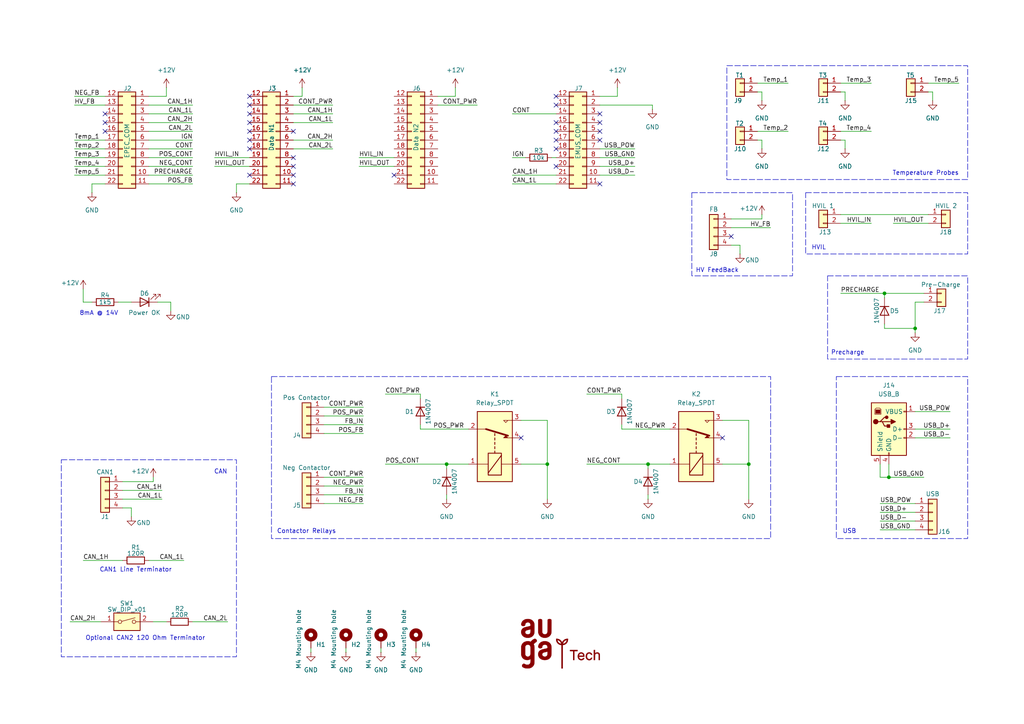
<source format=kicad_sch>
(kicad_sch (version 20231120) (generator "eeschema") (generator_version "8.0")
  (paper "A4")
  (title_block (title "HV Batery comunication distribution board") (date "2024-05-21") (rev "A") (company "Darius Vaitiekus") (comment 1 "AUGA Tech"))
  (lib_symbols
    (symbol "0_user_lib:AUGA-Tech-LOGO" (pin_numbers hide) (pin_names (offset 0) hide) (in_bom no))
    (symbol "Connector:USB_B" (pin_names (offset 1.016))
      (property "Reference" "J" (at -5.08 11.43 0))
      (property "Value" "USB_B" (at -5.08 8.89 0))
      (symbol "USB_B_1_1"
        (pin power_out line (at 7.62 5.08 180) (length 2.54) (name "VBUS") (number "1"))
        (pin bidirectional line (at 7.62 -2.54 180) (length 2.54) (name "D-") (number "2"))
        (pin bidirectional line (at 7.62 0 180) (length 2.54) (name "D+") (number "3"))
        (pin power_out line (at 0 -10.16 90) (length 2.54) (name "GND") (number "4"))
        (pin passive line (at -2.54 -10.16 90) (length 2.54) (name "Shield") (number "5"))
      )
    )
    (symbol "Connector_Generic:Conn_01x02" (pin_names (offset 1.016) hide)
      (property "Reference" "J" (at 0 2.54 0))
      (property "Value" "Conn_01x02" (at 0 -5.08 0))
      (symbol "Conn_01x02_1_1"
        (pin passive line (at -5.08 0 0) (length 3.81) (name "Pin_1") (number "1"))
        (pin passive line (at -5.08 -2.54 0) (length 3.81) (name "Pin_2") (number "2"))
      )
    )
    (symbol "Connector_Generic:Conn_01x04" (pin_names (offset 1.016) hide)
      (property "Reference" "J" (at 0 5.08 0))
      (property "Value" "Conn_01x04" (at 0 -7.62 0))
      (symbol "Conn_01x04_1_1"
        (pin passive line (at -5.08 2.54 0) (length 3.81) (name "Pin_1") (number "1"))
        (pin passive line (at -5.08 0 0) (length 3.81) (name "Pin_2") (number "2"))
        (pin passive line (at -5.08 -2.54 0) (length 3.81) (name "Pin_3") (number "3"))
        (pin passive line (at -5.08 -5.08 0) (length 3.81) (name "Pin_4") (number "4"))
      )
    )
    (symbol "Connector_Generic:Conn_02x11_Top_Bottom" (pin_names (offset 1.016) hide)
      (property "Reference" "J" (at 1.27 15.24 0))
      (property "Value" "Conn_02x11_Top_Bottom" (at 1.27 -15.24 0))
      (symbol "Conn_02x11_Top_Bottom_1_1"
        (pin passive line (at -5.08 12.7 0) (length 3.81) (name "Pin_1") (number "1"))
        (pin passive line (at -5.08 -10.16 0) (length 3.81) (name "Pin_10") (number "10"))
        (pin passive line (at -5.08 -12.7 0) (length 3.81) (name "Pin_11") (number "11"))
        (pin passive line (at 7.62 12.7 180) (length 3.81) (name "Pin_12") (number "12"))
        (pin passive line (at 7.62 10.16 180) (length 3.81) (name "Pin_13") (number "13"))
        (pin passive line (at 7.62 7.62 180) (length 3.81) (name "Pin_14") (number "14"))
        (pin passive line (at 7.62 5.08 180) (length 3.81) (name "Pin_15") (number "15"))
        (pin passive line (at 7.62 2.54 180) (length 3.81) (name "Pin_16") (number "16"))
        (pin passive line (at 7.62 0 180) (length 3.81) (name "Pin_17") (number "17"))
        (pin passive line (at 7.62 -2.54 180) (length 3.81) (name "Pin_18") (number "18"))
        (pin passive line (at 7.62 -5.08 180) (length 3.81) (name "Pin_19") (number "19"))
        (pin passive line (at -5.08 10.16 0) (length 3.81) (name "Pin_2") (number "2"))
        (pin passive line (at 7.62 -7.62 180) (length 3.81) (name "Pin_20") (number "20"))
        (pin passive line (at 7.62 -10.16 180) (length 3.81) (name "Pin_21") (number "21"))
        (pin passive line (at 7.62 -12.7 180) (length 3.81) (name "Pin_22") (number "22"))
        (pin passive line (at -5.08 7.62 0) (length 3.81) (name "Pin_3") (number "3"))
        (pin passive line (at -5.08 5.08 0) (length 3.81) (name "Pin_4") (number "4"))
        (pin passive line (at -5.08 2.54 0) (length 3.81) (name "Pin_5") (number "5"))
        (pin passive line (at -5.08 0 0) (length 3.81) (name "Pin_6") (number "6"))
        (pin passive line (at -5.08 -2.54 0) (length 3.81) (name "Pin_7") (number "7"))
        (pin passive line (at -5.08 -5.08 0) (length 3.81) (name "Pin_8") (number "8"))
        (pin passive line (at -5.08 -7.62 0) (length 3.81) (name "Pin_9") (number "9"))
      )
    )
    (symbol "Device:D" (pin_numbers hide) (pin_names (offset 1.016) hide)
      (property "Reference" "D" (at 0 2.54 0))
      (property "Value" "D" (at 0 -2.54 0))
      (symbol "D_1_1"
        (pin passive line (at -3.81 0 0) (length 2.54) (name "K") (number "1"))
        (pin passive line (at 3.81 0 180) (length 2.54) (name "A") (number "2"))
      )
    )
    (symbol "Device:LED" (pin_numbers hide) (pin_names (offset 1.016) hide)
      (property "Reference" "D" (at 0 2.54 0))
      (property "Value" "LED" (at 0 -2.54 0))
      (symbol "LED_1_1"
        (pin passive line (at -3.81 0 0) (length 2.54) (name "K") (number "1"))
        (pin passive line (at 3.81 0 180) (length 2.54) (name "A") (number "2"))
      )
    )
    (symbol "Device:R" (pin_numbers hide) (pin_names (offset 0))
      (property "Reference" "R" (at 2.032 0 90))
      (property "Value" "R" (at 0 0 90))
      (symbol "R_1_1"
        (pin passive line (at 0 3.81 270) (length 1.27) (name "~") (number "1"))
        (pin passive line (at 0 -3.81 90) (length 1.27) (name "~") (number "2"))
      )
    )
    (symbol "Mechanical:MountingHole_Pad" (pin_numbers hide) (pin_names (offset 1.016) hide)
      (property "Reference" "H" (at 0 6.35 0))
      (property "Value" "MountingHole_Pad" (at 0 4.445 0))
      (symbol "MountingHole_Pad_1_1"
        (pin input line (at 0 -2.54 90) (length 2.54) (name "1") (number "1"))
      )
    )
    (symbol "Relay:G5Q-1"
      (property "Reference" "K" (at 11.43 3.81 0))
      (property "Value" "G5Q-1" (at 11.43 1.27 0))
      (symbol "G5Q-1_1_1"
        (pin passive line (at -5.08 -7.62 90) (length 2.54) (name "~") (number "1"))
        (pin passive line (at 5.08 -7.62 90) (length 2.54) (name "~") (number "2"))
        (pin passive line (at 7.62 7.62 270) (length 2.54) (name "~") (number "3"))
        (pin passive line (at 2.54 7.62 270) (length 2.54) (name "~") (number "4"))
        (pin passive line (at -5.08 7.62 270) (length 2.54) (name "~") (number "5"))
      )
    )
    (symbol "Switch:SW_DIP_x01" (pin_names (offset 0) hide)
      (property "Reference" "SW" (at 0 3.81 0))
      (property "Value" "SW_DIP_x01" (at 0 -3.81 0))
      (symbol "SW_DIP_x01_1_1"
        (pin passive line (at -7.62 0 0) (length 5.08) (name "~") (number "1"))
        (pin passive line (at 7.62 0 180) (length 5.08) (name "~") (number "2"))
      )
    )
    (symbol "power:+12V" (power) (pin_numbers hide) (pin_names (offset 0) hide)
      (property "Value" "+12V" (at 0 3.556 0))
      (symbol "+12V_1_1"
        (pin power_in line (at 0 0 90) (length 0) (name "~") (number "1"))
      )
    )
    (symbol "power:GND" (power) (pin_numbers hide) (pin_names (offset 0) hide)
      (property "Value" "GND" (at 0 -3.81 0))
      (symbol "GND_1_1"
        (pin power_in line (at 0 0 270) (length 0) (name "~") (number "1"))
      )
    )
  )
  (junction (at 256.54 85.09))
  (junction (at 265.43 95.25))
  (junction (at 187.96 134.62))
  (junction (at 158.75 134.62))
  (junction (at 217.17 134.62))
  (junction (at 129.54 134.62))
  (junction (at 257.81 138.43))
  (no_connect (at 212.09 68.58))
  (no_connect (at 30.48 35.56))
  (no_connect (at 85.09 53.34))
  (no_connect (at 85.09 45.72))
  (no_connect (at 72.39 50.8))
  (no_connect (at 30.48 33.02))
  (no_connect (at 85.09 48.26))
  (no_connect (at 161.29 40.64))
  (no_connect (at 161.29 35.56))
  (no_connect (at 161.29 27.94))
  (no_connect (at 114.3 50.8))
  (no_connect (at 161.29 43.18))
  (no_connect (at 72.39 43.18))
  (no_connect (at 173.99 35.56))
  (no_connect (at 151.13 127))
  (no_connect (at 30.48 38.1))
  (no_connect (at 173.99 40.64))
  (no_connect (at 173.99 33.02))
  (no_connect (at 209.55 127))
  (no_connect (at 161.29 38.1))
  (no_connect (at 72.39 40.64))
  (no_connect (at 173.99 38.1))
  (no_connect (at 173.99 53.34))
  (no_connect (at 72.39 30.48))
  (no_connect (at 72.39 38.1))
  (no_connect (at 85.09 38.1))
  (no_connect (at 72.39 27.94))
  (no_connect (at 72.39 35.56))
  (no_connect (at 85.09 50.8))
  (no_connect (at 161.29 30.48))
  (no_connect (at 72.39 33.02))
  (no_connect (at 161.29 48.26))
  (wire (pts (xy 100.33 187.96) (xy 100.33 189.23)))
  (wire (pts (xy 68.58 55.88) (xy 68.58 53.34)))
  (wire (pts (xy 132.08 25.4) (xy 132.08 27.94)))
  (wire (pts (xy 35.56 162.56) (xy 24.13 162.56)))
  (wire (pts (xy 220.98 63.5) (xy 212.09 63.5)))
  (wire (pts (xy 214.63 73.66) (xy 214.63 71.12)))
  (wire (pts (xy 180.34 114.3) (xy 170.18 114.3)))
  (wire (pts (xy 43.18 162.56) (xy 53.34 162.56)))
  (wire (pts (xy 43.18 43.18) (xy 55.88 43.18)))
  (wire (pts (xy 255.27 146.05) (xy 265.43 146.05)))
  (wire (pts (xy 187.96 143.51) (xy 187.96 144.78)))
  (wire (pts (xy 255.27 153.67) (xy 265.43 153.67)))
  (wire (pts (xy 21.59 30.48) (xy 30.48 30.48)))
  (wire (pts (xy 129.54 143.51) (xy 129.54 144.78)))
  (wire (pts (xy 151.13 121.92) (xy 158.75 121.92)))
  (wire (pts (xy 219.71 24.13) (xy 228.6 24.13)))
  (wire (pts (xy 252.73 64.77) (xy 243.84 64.77)))
  (wire (pts (xy 265.43 151.13) (xy 255.27 151.13)))
  (wire (pts (xy 256.54 95.25) (xy 256.54 93.98)))
  (wire (pts (xy 93.98 138.43) (xy 105.41 138.43)))
  (wire (pts (xy 104.14 45.72) (xy 114.3 45.72)))
  (wire (pts (xy 265.43 127) (xy 275.59 127)))
  (wire (pts (xy 93.98 125.73) (xy 105.41 125.73)))
  (wire (pts (xy 245.11 43.18) (xy 245.11 40.64)))
  (wire (pts (xy 43.18 40.64) (xy 55.88 40.64)))
  (wire (pts (xy 132.08 27.94) (xy 127 27.94)))
  (wire (pts (xy 129.54 134.62) (xy 135.89 134.62)))
  (wire (pts (xy 179.07 25.4) (xy 179.07 27.94)))
  (wire (pts (xy 180.34 123.19) (xy 180.34 124.46)))
  (wire (pts (xy 110.49 187.96) (xy 110.49 189.23)))
  (wire (pts (xy 265.43 95.25) (xy 265.43 96.52)))
  (wire (pts (xy 30.48 40.64) (xy 21.59 40.64)))
  (wire (pts (xy 85.09 30.48) (xy 96.52 30.48)))
  (wire (pts (xy 158.75 134.62) (xy 151.13 134.62)))
  (wire (pts (xy 257.81 134.62) (xy 257.81 138.43)))
  (wire (pts (xy 62.23 45.72) (xy 72.39 45.72)))
  (wire (pts (xy 265.43 148.59) (xy 255.27 148.59)))
  (wire (pts (xy 245.11 26.67) (xy 243.84 26.67)))
  (wire (pts (xy 219.71 38.1) (xy 228.6 38.1)))
  (wire (pts (xy 245.11 40.64) (xy 243.84 40.64)))
  (wire (pts (xy 243.84 85.09) (xy 256.54 85.09)))
  (wire (pts (xy 160.02 45.72) (xy 161.29 45.72)))
  (wire (pts (xy 48.26 27.94) (xy 43.18 27.94)))
  (wire (pts (xy 49.53 90.17) (xy 49.53 87.63)))
  (wire (pts (xy 173.99 45.72) (xy 184.15 45.72)))
  (wire (pts (xy 245.11 29.21) (xy 245.11 26.67)))
  (wire (pts (xy 220.98 40.64) (xy 219.71 40.64)))
  (wire (pts (xy 265.43 124.46) (xy 275.59 124.46)))
  (wire (pts (xy 85.09 33.02) (xy 96.52 33.02)))
  (wire (pts (xy 93.98 123.19) (xy 105.41 123.19)))
  (wire (pts (xy 179.07 27.94) (xy 173.99 27.94)))
  (wire (pts (xy 26.67 55.88) (xy 26.67 53.34)))
  (wire (pts (xy 265.43 87.63) (xy 265.43 95.25)))
  (wire (pts (xy 173.99 43.18) (xy 184.15 43.18)))
  (wire (pts (xy 62.23 48.26) (xy 72.39 48.26)))
  (wire (pts (xy 43.18 48.26) (xy 55.88 48.26)))
  (wire (pts (xy 255.27 134.62) (xy 255.27 138.43)))
  (wire (pts (xy 173.99 48.26) (xy 184.15 48.26)))
  (wire (pts (xy 43.18 30.48) (xy 55.88 30.48)))
  (wire (pts (xy 161.29 53.34) (xy 148.59 53.34)))
  (wire (pts (xy 214.63 71.12) (xy 212.09 71.12)))
  (wire (pts (xy 267.97 87.63) (xy 265.43 87.63)))
  (wire (pts (xy 87.63 25.4) (xy 87.63 27.94)))
  (wire (pts (xy 104.14 48.26) (xy 114.3 48.26)))
  (wire (pts (xy 212.09 66.04) (xy 223.52 66.04)))
  (wire (pts (xy 93.98 140.97) (xy 105.41 140.97)))
  (wire (pts (xy 180.34 114.3) (xy 180.34 115.57)))
  (wire (pts (xy 93.98 118.11) (xy 105.41 118.11)))
  (wire (pts (xy 243.84 24.13) (xy 252.73 24.13)))
  (wire (pts (xy 38.1 149.86) (xy 38.1 147.32)))
  (wire (pts (xy 217.17 134.62) (xy 209.55 134.62)))
  (wire (pts (xy 120.65 187.96) (xy 120.65 189.23)))
  (wire (pts (xy 148.59 45.72) (xy 152.4 45.72)))
  (wire (pts (xy 255.27 138.43) (xy 257.81 138.43)))
  (wire (pts (xy 187.96 134.62) (xy 194.31 134.62)))
  (wire (pts (xy 269.24 24.13) (xy 278.13 24.13)))
  (wire (pts (xy 180.34 124.46) (xy 194.31 124.46)))
  (wire (pts (xy 43.18 53.34) (xy 55.88 53.34)))
  (wire (pts (xy 220.98 29.21) (xy 220.98 26.67)))
  (wire (pts (xy 93.98 146.05) (xy 105.41 146.05)))
  (wire (pts (xy 43.18 45.72) (xy 55.88 45.72)))
  (wire (pts (xy 256.54 85.09) (xy 267.97 85.09)))
  (wire (pts (xy 48.26 25.4) (xy 48.26 27.94)))
  (wire (pts (xy 24.13 87.63) (xy 26.67 87.63)))
  (wire (pts (xy 85.09 43.18) (xy 96.52 43.18)))
  (wire (pts (xy 30.48 50.8) (xy 21.59 50.8)))
  (wire (pts (xy 243.84 62.23) (xy 269.24 62.23)))
  (wire (pts (xy 44.45 138.43) (xy 44.45 139.7)))
  (wire (pts (xy 85.09 40.64) (xy 96.52 40.64)))
  (wire (pts (xy 43.18 35.56) (xy 55.88 35.56)))
  (wire (pts (xy 30.48 43.18) (xy 21.59 43.18)))
  (wire (pts (xy 209.55 121.92) (xy 217.17 121.92)))
  (wire (pts (xy 93.98 120.65) (xy 105.41 120.65)))
  (wire (pts (xy 87.63 27.94) (xy 85.09 27.94)))
  (wire (pts (xy 220.98 43.18) (xy 220.98 40.64)))
  (wire (pts (xy 158.75 134.62) (xy 158.75 144.78)))
  (wire (pts (xy 49.53 87.63) (xy 45.72 87.63)))
  (wire (pts (xy 30.48 45.72) (xy 21.59 45.72)))
  (wire (pts (xy 55.88 180.34) (xy 66.04 180.34)))
  (wire (pts (xy 243.84 38.1) (xy 252.73 38.1)))
  (wire (pts (xy 220.98 62.23) (xy 220.98 63.5)))
  (wire (pts (xy 129.54 135.89) (xy 129.54 134.62)))
  (wire (pts (xy 148.59 33.02) (xy 161.29 33.02)))
  (wire (pts (xy 148.59 50.8) (xy 161.29 50.8)))
  (wire (pts (xy 93.98 143.51) (xy 105.41 143.51)))
  (wire (pts (xy 43.18 50.8) (xy 55.88 50.8)))
  (wire (pts (xy 85.09 35.56) (xy 96.52 35.56)))
  (wire (pts (xy 121.92 124.46) (xy 135.89 124.46)))
  (wire (pts (xy 265.43 119.38) (xy 275.59 119.38)))
  (wire (pts (xy 173.99 50.8) (xy 184.15 50.8)))
  (wire (pts (xy 21.59 27.94) (xy 30.48 27.94)))
  (wire (pts (xy 257.81 138.43) (xy 267.97 138.43)))
  (wire (pts (xy 43.18 33.02) (xy 55.88 33.02)))
  (wire (pts (xy 189.23 30.48) (xy 173.99 30.48)))
  (wire (pts (xy 270.51 26.67) (xy 269.24 26.67)))
  (wire (pts (xy 111.76 134.62) (xy 129.54 134.62)))
  (wire (pts (xy 121.92 123.19) (xy 121.92 124.46)))
  (wire (pts (xy 90.17 187.96) (xy 90.17 189.23)))
  (wire (pts (xy 24.13 83.82) (xy 24.13 87.63)))
  (wire (pts (xy 270.51 29.21) (xy 270.51 26.67)))
  (wire (pts (xy 217.17 134.62) (xy 217.17 144.78)))
  (wire (pts (xy 189.23 31.75) (xy 189.23 30.48)))
  (wire (pts (xy 43.18 38.1) (xy 55.88 38.1)))
  (wire (pts (xy 44.45 139.7) (xy 35.56 139.7)))
  (wire (pts (xy 127 30.48) (xy 138.43 30.48)))
  (wire (pts (xy 256.54 86.36) (xy 256.54 85.09)))
  (wire (pts (xy 158.75 121.92) (xy 158.75 134.62)))
  (wire (pts (xy 26.67 53.34) (xy 30.48 53.34)))
  (wire (pts (xy 35.56 142.24) (xy 46.99 142.24)))
  (wire (pts (xy 121.92 114.3) (xy 121.92 115.57)))
  (wire (pts (xy 34.29 87.63) (xy 38.1 87.63)))
  (wire (pts (xy 121.92 114.3) (xy 111.76 114.3)))
  (wire (pts (xy 44.45 180.34) (xy 48.26 180.34)))
  (wire (pts (xy 68.58 53.34) (xy 72.39 53.34)))
  (wire (pts (xy 217.17 121.92) (xy 217.17 134.62)))
  (wire (pts (xy 220.98 26.67) (xy 219.71 26.67)))
  (wire (pts (xy 38.1 147.32) (xy 35.56 147.32)))
  (wire (pts (xy 35.56 144.78) (xy 46.99 144.78)))
  (wire (pts (xy 170.18 134.62) (xy 187.96 134.62)))
  (wire (pts (xy 187.96 135.89) (xy 187.96 134.62)))
  (wire (pts (xy 30.48 48.26) (xy 21.59 48.26)))
  (wire (pts (xy 256.54 95.25) (xy 265.43 95.25)))
  (wire (pts (xy 29.21 180.34) (xy 20.32 180.34)))
  (wire (pts (xy 259.08 64.77) (xy 269.24 64.77)))
  (rectangle (start 240.03 80.01) (end 280.67 104.14) (stroke (width 0) (type dash)))
  (rectangle (start 78.74 109.22) (end 223.52 156.21) (stroke (width 0) (type dash)))
  (rectangle (start 210.82 19.05) (end 280.67 52.07) (stroke (width 0) (type dash)))
  (rectangle (start 233.68 55.88) (end 280.67 73.66) (stroke (width 0) (type dash)))
  (rectangle (start 242.57 109.22) (end 280.67 156.21) (stroke (width 0) (type dash)))
  (rectangle (start 17.78 133.35) (end 68.58 190.5) (stroke (width 0) (type dash)))
  (rectangle (start 200.66 55.88) (end 229.87 80.01) (stroke (width 0) (type dash)))
  (text "CAN" (at 64.008 136.906 0) (effects (font (size 1.27 1.27))))
  (text "Optional CAN2 120 Ohm Terminator" (at 42.164 185.166 0) (effects (font (size 1.27 1.27))))
  (text "HV FeedBack" (at 208.026 78.486 0) (effects (font (size 1.27 1.27))))
  (text "USB" (at 246.38 154.178 0) (effects (font (size 1.27 1.27))))
  (text "8mA @ 14V" (at 28.702 90.932 0) (effects (font (size 1.27 1.27))))
  (text "Temperature Probes" (at 268.478 50.292 0) (effects (font (size 1.27 1.27))))
  (text "Precharge" (at 245.872 102.362 0) (effects (font (size 1.27 1.27))))
  (text "CAN1 Line Terminator" (at 39.37 165.354 0) (effects (font (size 1.27 1.27))))
  (text "HVIL" (at 237.49 71.882 0) (effects (font (size 1.27 1.27))))
  (text "Contactor Rellays" (at 88.9 154.178 0) (effects (font (size 1.27 1.27))))
  (label "FB_IN" (at 105.41 123.19 180))
  (label "NEG_PWR" (at 193.04 124.46 180))
  (label "CAN_1H" (at 55.88 30.48 180))
  (label "CAN_1H" (at 96.52 33.02 180))
  (label "CAN_1L" (at 53.34 162.56 180))
  (label "NEG_FB" (at 105.41 146.05 180))
  (label "CAN_1H" (at 148.59 50.8 0))
  (label "Temp_3" (at 21.59 45.72 0))
  (label "USB_D+" (at 255.27 148.59 0))
  (label "NEG_FB" (at 21.59 27.94 0))
  (label "USB_POW" (at 184.15 43.18 180))
  (label "POS_PWR" (at 134.62 124.46 180))
  (label "CAN_2L" (at 66.04 180.34 180))
  (label "POS_CONT" (at 111.76 134.62 0))
  (label "Temp_4" (at 21.59 48.26 0))
  (label "USB_GND" (at 267.97 138.43 180))
  (label "NEG_CONT" (at 55.88 48.26 180))
  (label "HVIL_IN" (at 252.73 64.77 180))
  (label "POS_FB" (at 105.41 125.73 180))
  (label "Temp_1" (at 21.59 40.64 0))
  (label "Temp_5" (at 21.59 50.8 0))
  (label "CAN_1L" (at 46.99 144.78 180))
  (label "CONT_PWR" (at 170.18 114.3 0))
  (label "CONT_PWR" (at 105.41 138.43 180))
  (label "USB_POW" (at 255.27 146.05 0))
  (label "CAN_1H" (at 24.13 162.56 0))
  (label "HVIL_OUT" (at 259.08 64.77 0))
  (label "Temp_4" (at 252.73 38.1 180))
  (label "HV_FB" (at 223.52 66.04 180))
  (label "Temp_3" (at 252.73 24.13 180))
  (label "IGN" (at 55.88 40.64 180))
  (label "USB_POW" (at 275.59 119.38 180))
  (label "USB_D+" (at 184.15 48.26 180))
  (label "Temp_2" (at 21.59 43.18 0))
  (label "USB_D-" (at 275.59 127 180))
  (label "CONT_PWR" (at 96.52 30.48 180))
  (label "CAN_2H" (at 96.52 40.64 180))
  (label "CAN_2L" (at 55.88 38.1 180))
  (label "CONT" (at 55.88 43.18 180))
  (label "Temp_5" (at 278.13 24.13 180))
  (label "CAN_1L" (at 148.59 53.34 0))
  (label "Temp_2" (at 228.6 38.1 180))
  (label "CONT_PWR" (at 138.43 30.48 180))
  (label "CONT" (at 148.59 33.02 0))
  (label "IGN" (at 148.59 45.72 0))
  (label "USB_D-" (at 255.27 151.13 0))
  (label "CONT_PWR" (at 105.41 118.11 180))
  (label "HVIL_OUT" (at 104.14 48.26 0))
  (label "CONT_PWR" (at 111.76 114.3 0))
  (label "CAN_1L" (at 55.88 33.02 180))
  (label "CAN_2L" (at 96.52 43.18 180))
  (label "CAN_2H" (at 55.88 35.56 180))
  (label "PRECHARGE" (at 55.88 50.8 180))
  (label "USB_GND" (at 255.27 153.67 0))
  (label "HVIL_IN" (at 62.23 45.72 0))
  (label "POS_FB" (at 55.88 53.34 180))
  (label "FB_IN" (at 105.41 143.51 180))
  (label "USB_GND" (at 184.15 45.72 180))
  (label "Temp_1" (at 228.6 24.13 180))
  (label "POS_PWR" (at 105.41 120.65 180))
  (label "CAN_1H" (at 46.99 142.24 180))
  (label "CAN_2H" (at 20.32 180.34 0))
  (label "POS_CONT" (at 55.88 45.72 180))
  (label "HVIL_OUT" (at 62.23 48.26 0))
  (label "PRECHARGE" (at 243.84 85.09 0))
  (label "HVIL_IN" (at 104.14 45.72 0))
  (label "NEG_PWR" (at 105.41 140.97 180))
  (label "USB_D+" (at 275.59 124.46 180))
  (label "USB_D-" (at 184.15 50.8 180))
  (label "HV_FB" (at 21.59 30.48 0))
  (label "CAN_1L" (at 96.52 35.56 180))
  (label "NEG_CONT" (at 170.18 134.62 0))
  (symbol (lib_id "Device:LED") (at 41.91 87.63 180) (unit 1)
    (property "Reference" "D6" (at 41.91 85.09 0))
    (property "Value" "Power OK" (at 41.91 90.678 0))
    (property "Footprint" "LED_SMD:LED_0805_2012Metric" (effects (hide yes)))
    (property "Description" "Light emitting diode" (effects (hide yes)))
    (property "JLCPCB Part #" "C84256" (effects (hide yes)))
    (property "Package" "0805" (effects (hide yes)))
  )
  (symbol (lib_id "power:+12V") (at 132.08 25.4 0) (unit 1)
    (property "Reference" "#PWR08" (effects (hide yes)))
    (property "Value" "+12V" (at 132.08 20.32 0))
    (property "Description" "Power symbol creates a global label with name \"+12V\"" (effects (hide yes)))
  )
  (symbol (lib_id "Connector_Generic:Conn_01x02") (at 238.76 62.23 0) (mirror y) (unit 1)
    (property "Reference" "J13" (at 237.49 67.31 0) (effects (justify right)))
    (property "Value" "HVIL 1" (at 235.458 59.69 0) (effects (justify right)))
    (property "Footprint" "Connector_Molex:Molex_Micro-Fit_3.0_43045-0212_2x01_P3.00mm_Vertical" (effects (hide yes)))
    (property "Datasheet" "https://www.molex.com/content/dam/molex/molex-dot-com/products/automated/en-us/salesdrawingpdf/430/43045/430450212_sd.pdf?inline" (effects (hide yes)))
    (property "Description" "Generic connector, single row, 01x02, script generated (kicad-library-utils/schlib/autogen/connector/)" (effects (hide yes)))
    (property "MFR" "Molex" (effects (hide yes)))
    (property "MPN" "430450212" (effects (hide yes)))
  )
  (symbol (lib_id "Device:R") (at 39.37 162.56 90) (unit 1)
    (property "Reference" "R1" (at 39.37 158.75 90))
    (property "Value" "120R" (at 39.37 160.528 90))
    (property "Footprint" "Resistor_SMD:R_0805_2012Metric" (effects (hide yes)))
    (property "Description" "120 Ohm" (effects (hide yes)))
    (property "JLCPCB Part #" "C17437" (effects (hide yes)))
    (property "Package" "0805" (effects (hide yes)))
  )
  (symbol (lib_id "Connector_Generic:Conn_01x02") (at 214.63 24.13 0) (mirror y) (unit 1)
    (property "Reference" "J9" (at 212.852 29.21 0) (effects (justify right)))
    (property "Value" "T1" (at 213.36 21.844 0) (effects (justify right)))
    (property "Footprint" "Connector_Molex:Molex_Micro-Fit_3.0_43045-0212_2x01_P3.00mm_Vertical" (effects (hide yes)))
    (property "Datasheet" "https://www.molex.com/content/dam/molex/molex-dot-com/products/automated/en-us/salesdrawingpdf/430/43045/430450212_sd.pdf?inline" (effects (hide yes)))
    (property "Description" "Generic connector, single row, 01x02, script generated (kicad-library-utils/schlib/autogen/connector/)" (effects (hide yes)))
    (property "MFR" "Molex" (effects (hide yes)))
    (property "MPN" "430450212" (effects (hide yes)))
  )
  (symbol (lib_id "power:GND") (at 220.98 29.21 0) (unit 1)
    (property "Reference" "#PWR015" (effects (hide yes)))
    (property "Value" "GND" (at 220.98 34.29 0))
    (property "Description" "Power symbol creates a global label with name \"GND\" , ground" (effects (hide yes)))
  )
  (symbol (lib_id "power:+12V") (at 87.63 25.4 0) (unit 1)
    (property "Reference" "#PWR06" (effects (hide yes)))
    (property "Value" "+12V" (at 87.63 20.32 0))
    (property "Description" "Power symbol creates a global label with name \"+12V\"" (effects (hide yes)))
  )
  (symbol (lib_id "Device:R") (at 30.48 87.63 90) (unit 1)
    (property "Reference" "R4" (at 30.48 85.598 90))
    (property "Value" "1k5" (at 30.48 87.63 90))
    (property "Footprint" "Resistor_SMD:R_0805_2012Metric" (effects (hide yes)))
    (property "Datasheet" "https://wmsc.lcsc.com/wmsc/upload/file/pdf/v2/lcsc/2206010216_UNI-ROYAL-Uniroyal-Elec-0805W8F1501T5E_C4310.pdf" (effects (hide yes)))
    (property "Description" "1.5 kOhm" (effects (hide yes)))
    (property "JLCPCB Part #" "C4310" (effects (hide yes)))
    (property "Package" "0805" (effects (hide yes)))
  )
  (symbol (lib_id "Connector_Generic:Conn_01x02") (at 214.63 38.1 0) (mirror y) (unit 1)
    (property "Reference" "J10" (at 212.852 43.18 0) (effects (justify right)))
    (property "Value" "T2" (at 213.36 35.814 0) (effects (justify right)))
    (property "Footprint" "Connector_Molex:Molex_Micro-Fit_3.0_43045-0212_2x01_P3.00mm_Vertical" (effects (hide yes)))
    (property "Datasheet" "https://www.molex.com/content/dam/molex/molex-dot-com/products/automated/en-us/salesdrawingpdf/430/43045/430450212_sd.pdf?inline" (effects (hide yes)))
    (property "Description" "Generic connector, single row, 01x02, script generated (kicad-library-utils/schlib/autogen/connector/)" (effects (hide yes)))
    (property "MFR" "Molex" (effects (hide yes)))
    (property "MPN" "430450212" (effects (hide yes)))
  )
  (symbol (lib_id "Device:D") (at 180.34 119.38 90) (mirror x) (unit 1)
    (property "Reference" "D3" (at 178.562 119.38 90) (effects (justify left)))
    (property "Value" "1N4007" (at 182.626 115.57 0) (effects (justify left)))
    (property "Footprint" "Diode_SMD:D_SMA" (effects (hide yes)))
    (property "Description" "Diode" (effects (hide yes)))
    (property "Sim.Device" "D" (effects (hide yes)))
    (property "Sim.Pins" "1=K 2=A" (effects (hide yes)))
    (property "JLCPCB Part #" "C2909831" (effects (hide yes)))
    (property "Package" "SMA" (effects (hide yes)))
  )
  (symbol (lib_id "power:GND") (at 26.67 55.88 0) (mirror y) (unit 1)
    (property "Reference" "#PWR01" (effects (hide yes)))
    (property "Value" "GND" (at 26.67 60.96 0))
    (property "Description" "Power symbol creates a global label with name \"GND\" , ground" (effects (hide yes)))
  )
  (symbol (lib_id "power:GND") (at 100.33 189.23 0) (unit 1)
    (property "Reference" "#PWR023" (effects (hide yes)))
    (property "Value" "GND" (at 100.33 194.31 0))
    (property "Description" "Power symbol creates a global label with name \"GND\" , ground" (effects (hide yes)))
  )
  (symbol (lib_id "power:+12V") (at 48.26 25.4 0) (unit 1)
    (property "Reference" "#PWR04" (effects (hide yes)))
    (property "Value" "+12V" (at 48.26 20.32 0))
    (property "Description" "Power symbol creates a global label with name \"+12V\"" (effects (hide yes)))
  )
  (symbol (lib_id "Connector_Generic:Conn_01x04") (at 270.51 148.59 0) (unit 1)
    (property "Reference" "J16" (at 273.812 154.178 0))
    (property "Value" "USB" (at 270.51 143.256 0))
    (property "Footprint" "Connector_Molex:Molex_Micro-Fit_3.0_43045-0412_2x02_P3.00mm_Vertical" (effects (hide yes)))
    (property "Datasheet" "https://www.molex.com/content/dam/molex/molex-dot-com/products/automated/en-us/salesdrawingpdf/430/43045/430450412_sd.pdf?inline" (effects (hide yes)))
    (property "Description" "Generic connector, single row, 01x04, script generated (kicad-library-utils/schlib/autogen/connector/)" (effects (hide yes)))
    (property "MFR" "Molex" (effects (hide yes)))
    (property "MPN" "430450412" (effects (hide yes)))
    (property "JLCPCB Part #" "C277721" (effects (hide yes)))
    (property "Package" " Plugin,P=3mm" (effects (hide yes)))
  )
  (symbol (lib_id "Connector_Generic:Conn_01x02") (at 274.32 62.23 0) (unit 1)
    (property "Reference" "J18" (at 276.098 67.31 0) (effects (justify right)))
    (property "Value" "HVIL 2" (at 277.622 59.69 0) (effects (justify right)))
    (property "Footprint" "Connector_Molex:Molex_Micro-Fit_3.0_43045-0212_2x01_P3.00mm_Vertical" (effects (hide yes)))
    (property "Datasheet" "https://www.molex.com/content/dam/molex/molex-dot-com/products/automated/en-us/salesdrawingpdf/430/43045/430450212_sd.pdf?inline" (effects (hide yes)))
    (property "Description" "Generic connector, single row, 01x02, script generated (kicad-library-utils/schlib/autogen/connector/)" (effects (hide yes)))
    (property "MFR" "Molex" (effects (hide yes)))
    (property "MPN" "430450212" (effects (hide yes)))
  )
  (symbol (lib_id "Connector_Generic:Conn_02x11_Top_Bottom") (at 80.01 40.64 0) (mirror y) (unit 1)
    (property "Reference" "J3" (at 77.724 25.654 0) (effects (justify right)))
    (property "Value" "Data N1" (at 78.74 35.814 90) (effects (justify right)))
    (property "Footprint" "Connector_Molex:Molex_Micro-Fit_3.0_43045-2212_2x11_P3.00mm_Vertical" (effects (hide yes)))
    (property "Datasheet" "https://www.molex.com/content/dam/molex/molex-dot-com/products/automated/en-us/salesdrawingpdf/430/43045/430452224_sd.pdf?inline" (effects (hide yes)))
    (property "Description" "Generic connector, double row, 02x11, top/bottom pin numbering scheme (row 1: 1...pins_per_row, row2: pins_per_row+1 ... num_pins), script generated (kicad-library-utils/schlib/autogen/connector/)" (effects (hide yes)))
    (property "MFR" "Molex" (effects (hide yes)))
    (property "MPN" "430452224" (effects (hide yes)))
  )
  (symbol (lib_id "power:GND") (at 189.23 31.75 0) (mirror y) (unit 1)
    (property "Reference" "#PWR012" (effects (hide yes)))
    (property "Value" "GND" (at 189.23 36.83 0))
    (property "Description" "Power symbol creates a global label with name \"GND\" , ground" (effects (hide yes)))
  )
  (symbol (lib_id "Device:D") (at 187.96 139.7 90) (mirror x) (unit 1)
    (property "Reference" "D4" (at 186.436 139.7 90) (effects (justify left)))
    (property "Value" "1N4007" (at 190.246 135.89 0) (effects (justify left)))
    (property "Footprint" "Diode_SMD:D_SMA" (effects (hide yes)))
    (property "Description" "Diode" (effects (hide yes)))
    (property "Sim.Device" "D" (effects (hide yes)))
    (property "Sim.Pins" "1=K 2=A" (effects (hide yes)))
    (property "JLCPCB Part #" "C2909831" (effects (hide yes)))
    (property "Package" "SMA" (effects (hide yes)))
  )
  (symbol (lib_id "power:+12V") (at 24.13 83.82 0) (unit 1)
    (property "Reference" "#PWR026" (effects (hide yes)))
    (property "Value" "+12V" (at 20.32 82.042 0))
    (property "Description" "Power symbol creates a global label with name \"+12V\"" (effects (hide yes)))
  )
  (symbol (lib_id "Connector_Generic:Conn_01x02") (at 238.76 38.1 0) (mirror y) (unit 1)
    (property "Reference" "J12" (at 236.982 43.18 0) (effects (justify right)))
    (property "Value" "T4" (at 237.49 35.814 0) (effects (justify right)))
    (property "Footprint" "Connector_Molex:Molex_Micro-Fit_3.0_43045-0212_2x01_P3.00mm_Vertical" (effects (hide yes)))
    (property "Datasheet" "https://www.molex.com/content/dam/molex/molex-dot-com/products/automated/en-us/salesdrawingpdf/430/43045/430450212_sd.pdf?inline" (effects (hide yes)))
    (property "Description" "Generic connector, single row, 01x02, script generated (kicad-library-utils/schlib/autogen/connector/)" (effects (hide yes)))
    (property "MFR" "Molex" (effects (hide yes)))
    (property "MPN" "430450212" (effects (hide yes)))
  )
  (symbol (lib_id "power:GND") (at 217.17 144.78 0) (unit 1)
    (property "Reference" "#PWR014" (effects (hide yes)))
    (property "Value" "GND" (at 217.17 149.86 0))
    (property "Description" "Power symbol creates a global label with name \"GND\" , ground" (effects (hide yes)))
  )
  (symbol (lib_id "Device:D") (at 129.54 139.7 90) (mirror x) (unit 1)
    (property "Reference" "D2" (at 128.016 139.7 90) (effects (justify left)))
    (property "Value" "1N4007" (at 131.826 135.89 0) (effects (justify left)))
    (property "Footprint" "Diode_SMD:D_SMA" (effects (hide yes)))
    (property "Description" "Diode" (effects (hide yes)))
    (property "Sim.Device" "D" (effects (hide yes)))
    (property "Sim.Pins" "1=K 2=A" (effects (hide yes)))
    (property "JLCPCB Part #" "C2909831" (effects (hide yes)))
    (property "Package" "SMA" (effects (hide yes)))
  )
  (symbol (lib_id "Connector_Generic:Conn_01x02") (at 238.76 24.13 0) (mirror y) (unit 1)
    (property "Reference" "J11" (at 236.982 29.21 0) (effects (justify right)))
    (property "Value" "T3" (at 237.49 21.844 0) (effects (justify right)))
    (property "Footprint" "Connector_Molex:Molex_Micro-Fit_3.0_43045-0212_2x01_P3.00mm_Vertical" (effects (hide yes)))
    (property "Datasheet" "https://www.molex.com/content/dam/molex/molex-dot-com/products/automated/en-us/salesdrawingpdf/430/43045/430450212_sd.pdf?inline" (effects (hide yes)))
    (property "Description" "Generic connector, single row, 01x02, script generated (kicad-library-utils/schlib/autogen/connector/)" (effects (hide yes)))
    (property "MFR" "Molex" (effects (hide yes)))
    (property "MPN" "430450212" (effects (hide yes)))
  )
  (symbol (lib_id "power:GND") (at 265.43 96.52 0) (mirror y) (unit 1)
    (property "Reference" "#PWR020" (effects (hide yes)))
    (property "Value" "GND" (at 265.43 101.6 0))
    (property "Description" "Power symbol creates a global label with name \"GND\" , ground" (effects (hide yes)))
  )
  (symbol (lib_id "power:GND") (at 158.75 144.78 0) (unit 1)
    (property "Reference" "#PWR09" (effects (hide yes)))
    (property "Value" "GND" (at 158.75 149.86 0))
    (property "Description" "Power symbol creates a global label with name \"GND\" , ground" (effects (hide yes)))
  )
  (symbol (lib_id "Mechanical:MountingHole_Pad") (at 110.49 185.42 0) (unit 1)
    (property "Reference" "H3" (at 112.014 186.944 0) (effects (justify left)))
    (property "Value" "M4 Mounting hole" (at 106.934 194.056 90) (effects (justify left)))
    (property "Footprint" "MountingHole:MountingHole_4.3x6.2mm_M4_Pad" (effects (hide yes)))
    (property "Description" "Mounting Hole with connection" (effects (hide yes)))
  )
  (symbol (lib_id "power:GND") (at 220.98 43.18 0) (unit 1)
    (property "Reference" "#PWR016" (effects (hide yes)))
    (property "Value" "GND" (at 220.98 48.26 0))
    (property "Description" "Power symbol creates a global label with name \"GND\" , ground" (effects (hide yes)))
  )
  (symbol (lib_id "Mechanical:MountingHole_Pad") (at 90.17 185.42 0) (unit 1)
    (property "Reference" "H1" (at 91.694 186.944 0) (effects (justify left)))
    (property "Value" "M4 Mounting hole" (at 86.614 194.056 90) (effects (justify left)))
    (property "Footprint" "MountingHole:MountingHole_4.3x6.2mm_M4_Pad" (effects (hide yes)))
    (property "Description" "Mounting Hole with connection" (effects (hide yes)))
  )
  (symbol (lib_id "power:GND") (at 49.53 90.17 0) (mirror y) (unit 1)
    (property "Reference" "#PWR027" (effects (hide yes)))
    (property "Value" "GND" (at 53.086 91.948 0))
    (property "Description" "Power symbol creates a global label with name \"GND\" , ground" (effects (hide yes)))
  )
  (symbol (lib_id "Connector_Generic:Conn_01x04") (at 207.01 66.04 0) (mirror y) (unit 1)
    (property "Reference" "J8" (at 207.01 73.66 0))
    (property "Value" "FB" (at 207.01 60.706 0))
    (property "Footprint" "Connector_Molex:Molex_Micro-Fit_3.0_43045-0412_2x02_P3.00mm_Vertical" (effects (hide yes)))
    (property "Datasheet" "https://www.molex.com/content/dam/molex/molex-dot-com/products/automated/en-us/salesdrawingpdf/430/43045/430450412_sd.pdf?inline" (effects (hide yes)))
    (property "Description" "Generic connector, single row, 01x04, script generated (kicad-library-utils/schlib/autogen/connector/)" (effects (hide yes)))
    (property "MFR" "Molex" (effects (hide yes)))
    (property "MPN" "430450412" (effects (hide yes)))
    (property "JLCPCB Part #" "C277721" (effects (hide yes)))
    (property "Package" " Plugin,P=3mm" (effects (hide yes)))
  )
  (symbol (lib_id "power:GND") (at 129.54 144.78 0) (unit 1)
    (property "Reference" "#PWR07" (effects (hide yes)))
    (property "Value" "GND" (at 129.54 149.86 0))
    (property "Description" "Power symbol creates a global label with name \"GND\" , ground" (effects (hide yes)))
  )
  (symbol (lib_id "Device:R") (at 52.07 180.34 90) (unit 1)
    (property "Reference" "R2" (at 52.07 176.53 90))
    (property "Value" "120R" (at 52.07 178.308 90))
    (property "Footprint" "Resistor_SMD:R_0805_2012Metric" (effects (hide yes)))
    (property "Description" "120 Ohm" (effects (hide yes)))
    (property "JLCPCB Part #" "C17437" (effects (hide yes)))
    (property "Package" "0805" (effects (hide yes)))
  )
  (symbol (lib_id "Device:D") (at 256.54 90.17 270) (unit 1)
    (property "Reference" "D5" (at 258.064 90.17 90) (effects (justify left)))
    (property "Value" "1N4007" (at 254.254 86.36 0) (effects (justify left)))
    (property "Footprint" "Diode_SMD:D_SMA" (effects (hide yes)))
    (property "Description" "Diode" (effects (hide yes)))
    (property "Sim.Device" "D" (effects (hide yes)))
    (property "Sim.Pins" "1=K 2=A" (effects (hide yes)))
    (property "JLCPCB Part #" "C2909831" (effects (hide yes)))
    (property "Package" "SMA" (effects (hide yes)))
  )
  (symbol (lib_id "Relay:G5Q-1") (at 201.93 129.54 270) (mirror x) (unit 1)
    (property "Reference" "K2" (at 201.93 114.3 90))
    (property "Value" "Relay_SPDT" (at 201.93 116.84 90))
    (property "Footprint" "Relay_THT:Relay_SPDT_Omron-G5Q-1" (effects (hide yes)))
    (property "Datasheet" "https://www.omron.com/ecb/products/pdf/en-g5q.pdf" (effects (hide yes)))
    (property "Description" "Omron G5G relay, Miniature Single Pole, SPDT, 10A" (effects (hide yes)))
    (property "MFR" "OMRON" (effects (hide yes)))
    (property "MPN" "G5Q-1EU DC12" (effects (hide yes)))
  )
  (symbol (lib_id "Connector_Generic:Conn_01x04") (at 88.9 140.97 0) (mirror y) (unit 1)
    (property "Reference" "J5" (at 86.106 146.558 0))
    (property "Value" "Neg Contactor" (at 88.9 135.636 0))
    (property "Footprint" "Connector_Molex:Molex_Micro-Fit_3.0_43045-0412_2x02_P3.00mm_Vertical" (effects (hide yes)))
    (property "Datasheet" "https://www.molex.com/content/dam/molex/molex-dot-com/products/automated/en-us/salesdrawingpdf/430/43045/430450412_sd.pdf?inline" (effects (hide yes)))
    (property "Description" "Generic connector, single row, 01x04, script generated (kicad-library-utils/schlib/autogen/connector/)" (effects (hide yes)))
    (property "MFR" "Molex" (effects (hide yes)))
    (property "MPN" "430450412" (effects (hide yes)))
    (property "JLCPCB Part #" "C277721" (effects (hide yes)))
    (property "Package" " Plugin,P=3mm" (effects (hide yes)))
  )
  (symbol (lib_id "power:+12V") (at 220.98 62.23 0) (unit 1)
    (property "Reference" "#PWR017" (effects (hide yes)))
    (property "Value" "+12V" (at 217.17 60.452 0))
    (property "Description" "Power symbol creates a global label with name \"+12V\"" (effects (hide yes)))
  )
  (symbol (lib_id "power:+12V") (at 44.45 138.43 0) (unit 1)
    (property "Reference" "#PWR03" (effects (hide yes)))
    (property "Value" "+12V" (at 40.64 136.652 0))
    (property "Description" "Power symbol creates a global label with name \"+12V\"" (effects (hide yes)))
  )
  (symbol (lib_id "Connector_Generic:Conn_01x04") (at 88.9 120.65 0) (mirror y) (unit 1)
    (property "Reference" "J4" (at 86.106 126.238 0))
    (property "Value" "Pos Contactor" (at 88.9 115.316 0))
    (property "Footprint" "Connector_Molex:Molex_Micro-Fit_3.0_43045-0412_2x02_P3.00mm_Vertical" (effects (hide yes)))
    (property "Datasheet" "https://www.molex.com/content/dam/molex/molex-dot-com/products/automated/en-us/salesdrawingpdf/430/43045/430450412_sd.pdf?inline" (effects (hide yes)))
    (property "Description" "Generic connector, single row, 01x04, script generated (kicad-library-utils/schlib/autogen/connector/)" (effects (hide yes)))
    (property "MFR" "Molex" (effects (hide yes)))
    (property "MPN" "430450412" (effects (hide yes)))
    (property "JLCPCB Part #" "C277721" (effects (hide yes)))
    (property "Package" " Plugin,P=3mm" (effects (hide yes)))
  )
  (symbol (lib_id "power:GND") (at 245.11 43.18 0) (unit 1)
    (property "Reference" "#PWR019" (effects (hide yes)))
    (property "Value" "GND" (at 245.11 48.26 0))
    (property "Description" "Power symbol creates a global label with name \"GND\" , ground" (effects (hide yes)))
  )
  (symbol (lib_id "0_user_lib:AUGA-Tech-LOGO") (at 162.56 186.69 0) (unit 1) (in_bom no)
    (property "Reference" "G1" (effects (hide yes)))
    (property "Value" "AUGA-Tech-LOGO" (effects (hide yes)))
    (property "Footprint" "0_user_lib:AUGA-Tech-footprint" (effects (hide yes)))
  )
  (symbol (lib_id "power:GND") (at 68.58 55.88 0) (mirror y) (unit 1)
    (property "Reference" "#PWR05" (effects (hide yes)))
    (property "Value" "GND" (at 68.58 60.96 0))
    (property "Description" "Power symbol creates a global label with name \"GND\" , ground" (effects (hide yes)))
  )
  (symbol (lib_id "Switch:SW_DIP_x01") (at 36.83 180.34 0) (unit 1)
    (property "Reference" "SW1" (at 36.83 175.006 0))
    (property "Value" "SW_DIP_x01" (at 36.83 176.784 0))
    (property "Footprint" "Button_Switch_SMD:SW_DIP_SPSTx01_Slide_9.78x4.72mm_W8.61mm_P2.54mm" (effects (hide yes)))
    (property "Description" "1x DIP Switch, Single Pole Single Throw (SPST) switch, small symbol" (effects (hide yes)))
  )
  (symbol (lib_id "power:GND") (at 110.49 189.23 0) (unit 1)
    (property "Reference" "#PWR024" (effects (hide yes)))
    (property "Value" "GND" (at 110.49 194.31 0))
    (property "Description" "Power symbol creates a global label with name \"GND\" , ground" (effects (hide yes)))
  )
  (symbol (lib_id "Connector_Generic:Conn_01x02") (at 264.16 24.13 0) (mirror y) (unit 1)
    (property "Reference" "J15" (at 262.382 29.21 0) (effects (justify right)))
    (property "Value" "T5" (at 262.89 21.844 0) (effects (justify right)))
    (property "Footprint" "Connector_Molex:Molex_Micro-Fit_3.0_43045-0212_2x01_P3.00mm_Vertical" (effects (hide yes)))
    (property "Datasheet" "https://www.molex.com/content/dam/molex/molex-dot-com/products/automated/en-us/salesdrawingpdf/430/43045/430450212_sd.pdf?inline" (effects (hide yes)))
    (property "Description" "Generic connector, single row, 01x02, script generated (kicad-library-utils/schlib/autogen/connector/)" (effects (hide yes)))
    (property "MFR" "Molex" (effects (hide yes)))
    (property "MPN" "430450212" (effects (hide yes)))
  )
  (symbol (lib_id "power:GND") (at 120.65 189.23 0) (unit 1)
    (property "Reference" "#PWR025" (effects (hide yes)))
    (property "Value" "GND" (at 120.65 194.31 0))
    (property "Description" "Power symbol creates a global label with name \"GND\" , ground" (effects (hide yes)))
  )
  (symbol (lib_id "Connector:USB_B") (at 257.81 124.46 0) (unit 1)
    (property "Reference" "J14" (at 257.81 111.76 0))
    (property "Value" "USB_B" (at 257.81 114.3 0))
    (property "Footprint" "Connector_USB:USB_B_Lumberg_2411_02_Horizontal" (effects (hide yes)))
    (property "Datasheet" " ~" (effects (hide yes)))
    (property "Description" "USB Type B connector" (effects (hide yes)))
    (property "MFR" "WURTH ELEKTRONIK" (effects (hide yes)))
    (property "MPN" "61400416121" (effects (hide yes)))
  )
  (symbol (lib_id "Connector_Generic:Conn_02x11_Top_Bottom") (at 168.91 40.64 0) (mirror y) (unit 1)
    (property "Reference" "J7" (at 166.624 25.654 0) (effects (justify right)))
    (property "Value" "EMUS_COM" (at 167.64 35.814 90) (effects (justify right)))
    (property "Footprint" "Connector_Molex:Molex_Micro-Fit_3.0_43045-2212_2x11_P3.00mm_Vertical" (effects (hide yes)))
    (property "Datasheet" "https://www.molex.com/content/dam/molex/molex-dot-com/products/automated/en-us/salesdrawingpdf/430/43045/430452224_sd.pdf?inline" (effects (hide yes)))
    (property "Description" "Generic connector, double row, 02x11, top/bottom pin numbering scheme (row 1: 1...pins_per_row, row2: pins_per_row+1 ... num_pins), script generated (kicad-library-utils/schlib/autogen/connector/)" (effects (hide yes)))
    (property "MFR" "Molex" (effects (hide yes)))
    (property "MPN" "430452224" (effects (hide yes)))
  )
  (symbol (lib_id "power:GND") (at 90.17 189.23 0) (unit 1)
    (property "Reference" "#PWR022" (effects (hide yes)))
    (property "Value" "GND" (at 90.17 194.31 0))
    (property "Description" "Power symbol creates a global label with name \"GND\" , ground" (effects (hide yes)))
  )
  (symbol (lib_id "power:GND") (at 187.96 144.78 0) (unit 1)
    (property "Reference" "#PWR011" (effects (hide yes)))
    (property "Value" "GND" (at 187.96 149.86 0))
    (property "Description" "Power symbol creates a global label with name \"GND\" , ground" (effects (hide yes)))
  )
  (symbol (lib_id "Relay:G5Q-1") (at 143.51 129.54 270) (mirror x) (unit 1)
    (property "Reference" "K1" (at 143.51 114.3 90))
    (property "Value" "Relay_SPDT" (at 143.51 116.84 90))
    (property "Footprint" "Relay_THT:Relay_SPDT_Omron-G5Q-1" (effects (hide yes)))
    (property "Datasheet" "https://www.omron.com/ecb/products/pdf/en-g5q.pdf" (effects (hide yes)))
    (property "Description" "Omron G5G relay, Miniature Single Pole, SPDT, 10A" (effects (hide yes)))
    (property "MFR" "OMRON" (effects (hide yes)))
    (property "MPN" "G5Q-1EU DC12" (effects (hide yes)))
  )
  (symbol (lib_id "Mechanical:MountingHole_Pad") (at 100.33 185.42 0) (unit 1)
    (property "Reference" "H2" (at 101.854 186.944 0) (effects (justify left)))
    (property "Value" "M4 Mounting hole" (at 96.774 194.056 90) (effects (justify left)))
    (property "Footprint" "MountingHole:MountingHole_4.3x6.2mm_M4_Pad" (effects (hide yes)))
    (property "Description" "Mounting Hole with connection" (effects (hide yes)))
  )
  (symbol (lib_id "Connector_Generic:Conn_02x11_Top_Bottom") (at 38.1 40.64 0) (mirror y) (unit 1)
    (property "Reference" "J2" (at 35.814 25.654 0) (effects (justify right)))
    (property "Value" "EPEC_COM" (at 36.83 35.814 90) (effects (justify right)))
    (property "Footprint" "Connector_Molex:Molex_Micro-Fit_3.0_43045-2212_2x11_P3.00mm_Vertical" (effects (hide yes)))
    (property "Datasheet" "https://www.molex.com/content/dam/molex/molex-dot-com/products/automated/en-us/salesdrawingpdf/430/43045/430452224_sd.pdf?inline" (effects (hide yes)))
    (property "Description" "Generic connector, double row, 02x11, top/bottom pin numbering scheme (row 1: 1...pins_per_row, row2: pins_per_row+1 ... num_pins), script generated (kicad-library-utils/schlib/autogen/connector/)" (effects (hide yes)))
    (property "MFR" "Molex" (effects (hide yes)))
    (property "MPN" "430452224" (effects (hide yes)))
  )
  (symbol (lib_id "Device:D") (at 121.92 119.38 90) (mirror x) (unit 1)
    (property "Reference" "D1" (at 120.142 119.38 90) (effects (justify left)))
    (property "Value" "1N4007" (at 124.206 115.57 0) (effects (justify left)))
    (property "Footprint" "Diode_SMD:D_SMA" (effects (hide yes)))
    (property "Description" "Diode" (effects (hide yes)))
    (property "Sim.Device" "D" (effects (hide yes)))
    (property "Sim.Pins" "1=K 2=A" (effects (hide yes)))
    (property "JLCPCB Part #" "C2909831" (effects (hide yes)))
    (property "Package" "SMA" (effects (hide yes)))
  )
  (symbol (lib_id "Mechanical:MountingHole_Pad") (at 120.65 185.42 0) (unit 1)
    (property "Reference" "H4" (at 122.174 186.944 0) (effects (justify left)))
    (property "Value" "M4 Mounting hole" (at 117.094 194.056 90) (effects (justify left)))
    (property "Footprint" "MountingHole:MountingHole_4.3x6.2mm_M4_Pad" (effects (hide yes)))
    (property "Description" "Mounting Hole with connection" (effects (hide yes)))
  )
  (symbol (lib_id "Connector_Generic:Conn_02x11_Top_Bottom") (at 121.92 40.64 0) (mirror y) (unit 1)
    (property "Reference" "J6" (at 119.634 25.654 0) (effects (justify right)))
    (property "Value" "Data N2" (at 120.65 35.814 90) (effects (justify right)))
    (property "Footprint" "Connector_Molex:Molex_Micro-Fit_3.0_43045-2212_2x11_P3.00mm_Vertical" (effects (hide yes)))
    (property "Datasheet" "https://www.molex.com/content/dam/molex/molex-dot-com/products/automated/en-us/salesdrawingpdf/430/43045/430452224_sd.pdf?inline" (effects (hide yes)))
    (property "Description" "Generic connector, double row, 02x11, top/bottom pin numbering scheme (row 1: 1...pins_per_row, row2: pins_per_row+1 ... num_pins), script generated (kicad-library-utils/schlib/autogen/connector/)" (effects (hide yes)))
    (property "MFR" "Molex" (effects (hide yes)))
    (property "MPN" "430452224" (effects (hide yes)))
  )
  (symbol (lib_id "power:GND") (at 38.1 149.86 0) (mirror y) (unit 1)
    (property "Reference" "#PWR02" (effects (hide yes)))
    (property "Value" "GND" (at 41.656 151.638 0))
    (property "Description" "Power symbol creates a global label with name \"GND\" , ground" (effects (hide yes)))
  )
  (symbol (lib_id "power:GND") (at 270.51 29.21 0) (unit 1)
    (property "Reference" "#PWR021" (effects (hide yes)))
    (property "Value" "GND" (at 270.51 34.29 0))
    (property "Description" "Power symbol creates a global label with name \"GND\" , ground" (effects (hide yes)))
  )
  (symbol (lib_id "Connector_Generic:Conn_01x02") (at 273.05 85.09 0) (unit 1)
    (property "Reference" "J17" (at 274.32 90.17 0) (effects (justify right)))
    (property "Value" "Pre-Charge" (at 278.638 82.55 0) (effects (justify right)))
    (property "Footprint" "Connector_Molex:Molex_Micro-Fit_3.0_43045-0212_2x01_P3.00mm_Vertical" (effects (hide yes)))
    (property "Datasheet" "https://www.molex.com/content/dam/molex/molex-dot-com/products/automated/en-us/salesdrawingpdf/430/43045/430450212_sd.pdf?inline" (effects (hide yes)))
    (property "Description" "Generic connector, single row, 01x02, script generated (kicad-library-utils/schlib/autogen/connector/)" (effects (hide yes)))
    (property "MFR" "Molex" (effects (hide yes)))
    (property "MPN" "430450212" (effects (hide yes)))
  )
  (symbol (lib_id "Device:R") (at 156.21 45.72 90) (unit 1)
    (property "Reference" "R3" (at 156.21 43.688 90))
    (property "Value" "10k" (at 156.21 45.72 90))
    (property "Footprint" "Resistor_SMD:R_0805_2012Metric" (effects (hide yes)))
    (property "Description" "10 kOhm" (effects (hide yes)))
    (property "JLCPCB Part #" "C17414" (effects (hide yes)))
    (property "Package" "0805" (effects (hide yes)))
  )
  (symbol (lib_id "power:+12V") (at 179.07 25.4 0) (unit 1)
    (property "Reference" "#PWR010" (effects (hide yes)))
    (property "Value" "+12V" (at 179.07 20.32 0))
    (property "Description" "Power symbol creates a global label with name \"+12V\"" (effects (hide yes)))
  )
  (symbol (lib_id "power:GND") (at 214.63 73.66 0) (mirror y) (unit 1)
    (property "Reference" "#PWR013" (effects (hide yes)))
    (property "Value" "GND" (at 218.186 75.438 0))
    (property "Description" "Power symbol creates a global label with name \"GND\" , ground" (effects (hide yes)))
  )
  (symbol (lib_id "power:GND") (at 245.11 29.21 0) (unit 1)
    (property "Reference" "#PWR018" (effects (hide yes)))
    (property "Value" "GND" (at 245.11 34.29 0))
    (property "Description" "Power symbol creates a global label with name \"GND\" , ground" (effects (hide yes)))
  )
  (symbol (lib_id "Connector_Generic:Conn_01x04") (at 30.48 142.24 0) (mirror y) (unit 1)
    (property "Reference" "J1" (at 30.48 149.86 0))
    (property "Value" "CAN1" (at 30.48 136.906 0))
    (property "Footprint" "Connector_Molex:Molex_Micro-Fit_3.0_43045-0412_2x02_P3.00mm_Vertical" (effects (hide yes)))
    (property "Datasheet" "https://www.molex.com/content/dam/molex/molex-dot-com/products/automated/en-us/salesdrawingpdf/430/43045/430450412_sd.pdf?inline" (effects (hide yes)))
    (property "Description" "Generic connector, single row, 01x04, script generated (kicad-library-utils/schlib/autogen/connector/)" (effects (hide yes)))
    (property "MFR" "Molex" (effects (hide yes)))
    (property "MPN" "430450412" (effects (hide yes)))
    (property "JLCPCB Part #" "C277721" (effects (hide yes)))
    (property "Package" " Plugin,P=3mm" (effects (hide yes)))
  )
)
</source>
